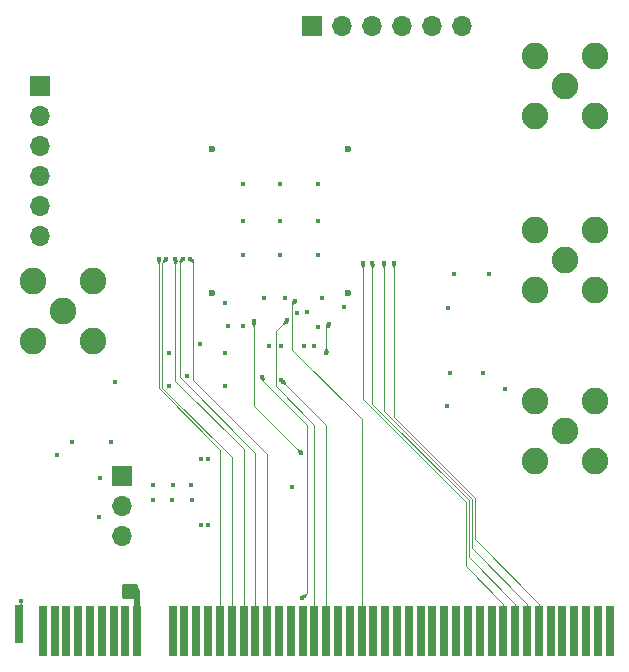
<source format=gbr>
%TF.GenerationSoftware,KiCad,Pcbnew,(5.1.10)-1*%
%TF.CreationDate,2021-07-12T12:28:39+02:00*%
%TF.ProjectId,astropix_v2,61737472-6f70-4697-985f-76322e6b6963,1.0*%
%TF.SameCoordinates,Original*%
%TF.FileFunction,Copper,L4,Bot*%
%TF.FilePolarity,Positive*%
%FSLAX46Y46*%
G04 Gerber Fmt 4.6, Leading zero omitted, Abs format (unit mm)*
G04 Created by KiCad (PCBNEW (5.1.10)-1) date 2021-07-12 12:28:39*
%MOMM*%
%LPD*%
G01*
G04 APERTURE LIST*
%TA.AperFunction,ConnectorPad*%
%ADD10R,0.700000X4.300000*%
%TD*%
%TA.AperFunction,ConnectorPad*%
%ADD11R,0.700000X3.200000*%
%TD*%
%TA.AperFunction,ComponentPad*%
%ADD12C,0.600000*%
%TD*%
%TA.AperFunction,ComponentPad*%
%ADD13O,1.700000X1.700000*%
%TD*%
%TA.AperFunction,ComponentPad*%
%ADD14R,1.700000X1.700000*%
%TD*%
%TA.AperFunction,ComponentPad*%
%ADD15C,2.250000*%
%TD*%
%TA.AperFunction,ViaPad*%
%ADD16C,0.450000*%
%TD*%
%TA.AperFunction,Conductor*%
%ADD17C,0.125000*%
%TD*%
%TA.AperFunction,Conductor*%
%ADD18C,0.500000*%
%TD*%
%TA.AperFunction,Conductor*%
%ADD19C,0.254000*%
%TD*%
%TA.AperFunction,Conductor*%
%ADD20C,0.100000*%
%TD*%
%TA.AperFunction,Conductor*%
%ADD21C,0.025400*%
%TD*%
G04 APERTURE END LIST*
D10*
%TO.P,J1,A42*%
%TO.N,/spi_right_csn*%
X149172000Y-105791000D03*
%TO.P,J1,A46*%
%TO.N,N/C*%
X153172000Y-105791000D03*
%TO.P,J1,A10*%
X115172000Y-105791000D03*
%TO.P,J1,A7*%
X112172000Y-105791000D03*
%TO.P,J1,A6*%
X111172000Y-105791000D03*
%TO.P,J1,A5*%
X110172000Y-105791000D03*
%TO.P,J1,A45*%
X152172000Y-105791000D03*
%TO.P,J1,A11*%
%TO.N,GND*%
X116172000Y-105791000D03*
%TO.P,J1,A9*%
%TO.N,N/C*%
X114172000Y-105791000D03*
%TO.P,J1,A18*%
%TO.N,/spi_left_miso1*%
X125172000Y-105791000D03*
%TO.P,J1,A49*%
%TO.N,N/C*%
X156172000Y-105791000D03*
%TO.P,J1,A43*%
%TO.N,/spi_right_mosi*%
X150172000Y-105791000D03*
%TO.P,J1,A16*%
%TO.N,/spi_left_csn*%
X123172000Y-105791000D03*
%TO.P,J1,A14*%
%TO.N,N/C*%
X121172000Y-105791000D03*
%TO.P,J1,A15*%
X122172000Y-105791000D03*
%TO.P,J1,A44*%
X151172000Y-105791000D03*
%TO.P,J1,A13*%
X120172000Y-105791000D03*
%TO.P,J1,A12*%
X119172000Y-105791000D03*
%TO.P,J1,A48*%
X155172000Y-105791000D03*
%TO.P,J1,A47*%
X154172000Y-105791000D03*
%TO.P,J1,A8*%
X113172000Y-105791000D03*
%TO.P,J1,A17*%
%TO.N,/spi_left_clk*%
X124172000Y-105791000D03*
%TO.P,J1,A27*%
%TO.N,N/C*%
X134172000Y-105791000D03*
%TO.P,J1,A21*%
X128172000Y-105791000D03*
%TO.P,J1,A20*%
%TO.N,/spi_left_mosi*%
X127172000Y-105791000D03*
%TO.P,J1,A24*%
%TO.N,/sr_ck1*%
X131172000Y-105791000D03*
%TO.P,J1,A29*%
%TO.N,N/C*%
X136172000Y-105791000D03*
%TO.P,J1,A30*%
X137172000Y-105791000D03*
%TO.P,J1,A23*%
X130172000Y-105791000D03*
%TO.P,J1,A28*%
%TO.N,/Inj*%
X135172000Y-105791000D03*
%TO.P,J1,A31*%
%TO.N,N/C*%
X138172000Y-105791000D03*
%TO.P,J1,A25*%
%TO.N,/sr_ck2*%
X132172000Y-105791000D03*
%TO.P,J1,A32*%
%TO.N,N/C*%
X139172000Y-105791000D03*
%TO.P,J1,A4*%
X109172000Y-105791000D03*
%TO.P,J1,A22*%
X129172000Y-105791000D03*
%TO.P,J1,A3*%
X108172000Y-105791000D03*
D11*
%TO.P,J1,A1*%
%TO.N,-HV*%
X106172000Y-105241000D03*
D10*
%TO.P,J1,A26*%
%TO.N,N/C*%
X133172000Y-105791000D03*
%TO.P,J1,A19*%
%TO.N,/spi_left_miso0*%
X126172000Y-105791000D03*
%TO.P,J1,A34*%
%TO.N,N/C*%
X141172000Y-105791000D03*
%TO.P,J1,A37*%
X144172000Y-105791000D03*
%TO.P,J1,A39*%
X146172000Y-105791000D03*
%TO.P,J1,A38*%
X145172000Y-105791000D03*
%TO.P,J1,A36*%
X143172000Y-105791000D03*
%TO.P,J1,A40*%
%TO.N,/spi_right_miso1*%
X147172000Y-105791000D03*
%TO.P,J1,A33*%
%TO.N,N/C*%
X140172000Y-105791000D03*
%TO.P,J1,A35*%
X142172000Y-105791000D03*
%TO.P,J1,A41*%
%TO.N,/spi_right_miso0*%
X148172000Y-105791000D03*
%TD*%
D12*
%TO.P,U4,Ring1*%
%TO.N,GND*%
X134020000Y-65020000D03*
X122520000Y-65020000D03*
X134020000Y-77220000D03*
X122520000Y-77220000D03*
%TD*%
D13*
%TO.P,JP1,3*%
%TO.N,/POW4_in*%
X114909600Y-97790000D03*
%TO.P,JP1,2*%
%TO.N,VDD*%
X114909600Y-95250000D03*
D14*
%TO.P,JP1,1*%
%TO.N,/VDD18_in*%
X114909600Y-92710000D03*
%TD*%
D13*
%TO.P,J10,6*%
%TO.N,GND*%
X143637000Y-54610000D03*
%TO.P,J10,5*%
%TO.N,/spi_right_mosi*%
X141097000Y-54610000D03*
%TO.P,J10,4*%
%TO.N,/spi_right_csn*%
X138557000Y-54610000D03*
%TO.P,J10,3*%
%TO.N,/spi_right_miso0*%
X136017000Y-54610000D03*
%TO.P,J10,2*%
%TO.N,/spi_right_miso1*%
X133477000Y-54610000D03*
D14*
%TO.P,J10,1*%
%TO.N,/spi_right_clk*%
X130937000Y-54610000D03*
%TD*%
D13*
%TO.P,J9,6*%
%TO.N,GND*%
X107950000Y-72390000D03*
%TO.P,J9,5*%
%TO.N,/spi_left_csn*%
X107950000Y-69850000D03*
%TO.P,J9,4*%
%TO.N,/spi_left_clk*%
X107950000Y-67310000D03*
%TO.P,J9,3*%
%TO.N,/spi_left_miso1*%
X107950000Y-64770000D03*
%TO.P,J9,2*%
%TO.N,/spi_left_miso0*%
X107950000Y-62230000D03*
D14*
%TO.P,J9,1*%
%TO.N,/spi_left_mosi*%
X107950000Y-59690000D03*
%TD*%
D15*
%TO.P,J6,2*%
%TO.N,GND*%
X112395000Y-81280000D03*
X107315000Y-81280000D03*
X107315000Y-76200000D03*
X112395000Y-76200000D03*
%TO.P,J6,1*%
%TO.N,/HV_in_ext*%
X109855000Y-78740000D03*
%TD*%
%TO.P,J5,2*%
%TO.N,GND*%
X149860000Y-57150000D03*
X154940000Y-57150000D03*
X154940000Y-62230000D03*
X149860000Y-62230000D03*
%TO.P,J5,1*%
%TO.N,/sc_out*%
X152400000Y-59690000D03*
%TD*%
%TO.P,J4,2*%
%TO.N,GND*%
X149860000Y-71882000D03*
X154940000Y-71882000D03*
X154940000Y-76962000D03*
X149860000Y-76962000D03*
%TO.P,J4,1*%
%TO.N,Net-(J4-Pad1)*%
X152400000Y-74422000D03*
%TD*%
%TO.P,J3,2*%
%TO.N,GND*%
X149860000Y-86360000D03*
X154940000Y-86360000D03*
X154940000Y-91440000D03*
X149860000Y-91440000D03*
%TO.P,J3,1*%
%TO.N,Net-(J3-Pad1)*%
X152400000Y-88900000D03*
%TD*%
D16*
%TO.N,VDD*%
X128676400Y-77647800D03*
X126923800Y-77645000D03*
X129286000Y-93649798D03*
X118846600Y-82245200D03*
X123621800Y-82270606D03*
X121602198Y-91274600D03*
X122174010Y-91287600D03*
%TO.N,VDDA*%
X131438370Y-80070025D03*
X130511716Y-78787014D03*
X145923000Y-75565000D03*
X145415000Y-83947000D03*
X125095000Y-80010000D03*
X122123200Y-96850200D03*
X121551404Y-96863200D03*
%TO.N,suba*%
X131445000Y-74015600D03*
X125095000Y-74015600D03*
X128270000Y-74015600D03*
X131445000Y-71120000D03*
X128270000Y-71120000D03*
X125095000Y-71120000D03*
X131445000Y-67945000D03*
X128270000Y-67945000D03*
X125095000Y-67945000D03*
X114274600Y-84709000D03*
X133718300Y-78359000D03*
%TO.N,/res_n*%
X130048000Y-90754206D03*
X126034800Y-79603600D03*
%TO.N,/Inj*%
X129507436Y-77851000D03*
%TO.N,/DAC_vminuspix*%
X132156200Y-82321400D03*
X132384800Y-79857600D03*
%TO.N,/sr_ck2*%
X128369479Y-84582008D03*
%TO.N,/sr_ck1*%
X128828798Y-79527400D03*
%TO.N,/hold*%
X130149600Y-102997000D03*
X126765067Y-84281583D03*
%TO.N,GND*%
X143002000Y-75565000D03*
X142494000Y-78486000D03*
X142367000Y-86741000D03*
X142621000Y-83947000D03*
X147320000Y-85344000D03*
X113030000Y-92837000D03*
X120777000Y-94742000D03*
X117500400Y-93421200D03*
X119176800Y-93421200D03*
X120751600Y-93421200D03*
X121488200Y-81534000D03*
X115214400Y-102108000D03*
X115214400Y-102743000D03*
X115824000Y-102108000D03*
X115824000Y-102717600D03*
X117500388Y-94691200D03*
X113944400Y-89814398D03*
X110642400Y-89814400D03*
X120395996Y-84201000D03*
X123596400Y-85090006D03*
X123875800Y-80010004D03*
X129717788Y-78917800D03*
X130310139Y-81684664D03*
X128379823Y-81686400D03*
X127304800Y-81686398D03*
X131785620Y-77645014D03*
X131157489Y-81730881D03*
X118846600Y-85115400D03*
X119151402Y-94691200D03*
X112937990Y-96164400D03*
%TO.N,-HV*%
X106297030Y-103276400D03*
%TO.N,/spi_left_csn*%
X117983000Y-74295000D03*
%TO.N,/spi_left_clk*%
X118618000Y-74295000D03*
%TO.N,/spi_left_mosi*%
X120649982Y-74295000D03*
%TO.N,/spi_left_miso0*%
X120014992Y-74295000D03*
%TO.N,/spi_left_miso1*%
X119380000Y-74295000D03*
%TO.N,/spi_right_csn*%
X137033006Y-74625200D03*
%TO.N,/spi_right_mosi*%
X137871200Y-74625200D03*
%TO.N,/spi_right_miso0*%
X136070000Y-74627402D03*
%TO.N,/spi_right_miso1*%
X135255000Y-74649590D03*
%TO.N,subd*%
X109347000Y-90932000D03*
X123571000Y-78020022D03*
%TD*%
D17*
%TO.N,/res_n*%
X130048000Y-90754206D02*
X126034800Y-86741006D01*
X126034800Y-86741006D02*
X126034800Y-79603600D01*
%TO.N,/Inj*%
X129282437Y-78075999D02*
X129507436Y-77851000D01*
X135172000Y-105791000D02*
X135172000Y-87900568D01*
X135172000Y-87900568D02*
X129282437Y-82011005D01*
X129282437Y-82011005D02*
X129282437Y-78075999D01*
%TO.N,/DAC_vminuspix*%
X132156200Y-82321400D02*
X132156200Y-80086200D01*
X132156200Y-80086200D02*
X132384800Y-79857600D01*
%TO.N,/sr_ck2*%
X132172000Y-88384529D02*
X128369479Y-84582008D01*
X132172000Y-105791000D02*
X132172000Y-88384529D01*
%TO.N,/sr_ck1*%
X127892670Y-80463528D02*
X128828798Y-79527400D01*
X127892670Y-85069172D02*
X127892670Y-80463528D01*
X131172000Y-88348502D02*
X127892670Y-85069172D01*
X131172000Y-105791000D02*
X131172000Y-88348502D01*
%TO.N,/hold*%
X126765067Y-84599781D02*
X126765067Y-84281583D01*
X130556000Y-88390714D02*
X126765067Y-84599781D01*
X130556000Y-102590600D02*
X130556000Y-88390714D01*
X130149600Y-102997000D02*
X130556000Y-102590600D01*
D18*
%TO.N,GND*%
X116172000Y-102456000D02*
X115824000Y-102108000D01*
X116172000Y-105791000D02*
X116172000Y-102456000D01*
D17*
%TO.N,-HV*%
X106172000Y-105241000D02*
X106172000Y-103632000D01*
X106297030Y-103506970D02*
X106297030Y-103276400D01*
X106172000Y-103632000D02*
X106297030Y-103506970D01*
%TO.N,/spi_left_csn*%
X123172000Y-105791000D02*
X123172000Y-90481070D01*
X123172000Y-90481070D02*
X117983000Y-85292070D01*
X117983000Y-85292070D02*
X117983000Y-74295000D01*
%TO.N,/spi_left_clk*%
X118618000Y-74295000D02*
X118281699Y-74631301D01*
X118281699Y-85237201D02*
X124172000Y-91127502D01*
X124172000Y-91127502D02*
X124172000Y-105791000D01*
X118281699Y-74631301D02*
X118281699Y-85237201D01*
%TO.N,/spi_left_mosi*%
X120874981Y-74519999D02*
X120649982Y-74295000D01*
X120874981Y-84552981D02*
X120874981Y-74519999D01*
X127127000Y-90805000D02*
X120874981Y-84552981D01*
X127127000Y-103946000D02*
X127127000Y-90805000D01*
X127172000Y-103991000D02*
X127127000Y-103946000D01*
X127172000Y-105791000D02*
X127172000Y-103991000D01*
%TO.N,/spi_left_miso0*%
X119761000Y-74548992D02*
X120014992Y-74295000D01*
X119761000Y-84328000D02*
X119761000Y-74548992D01*
X126172000Y-90739000D02*
X119761000Y-84328000D01*
X126172000Y-105791000D02*
X126172000Y-90739000D01*
%TO.N,/spi_left_miso1*%
X125172000Y-105791000D02*
X125172000Y-90421638D01*
X125172000Y-90421638D02*
X119380000Y-84629638D01*
X119380000Y-84629638D02*
X119380000Y-74295000D01*
%TO.N,/spi_right_csn*%
X144479189Y-98823189D02*
X144479189Y-94667757D01*
X137033006Y-87221574D02*
X137033006Y-74625200D01*
X144479189Y-94667757D02*
X137033006Y-87221574D01*
X149172000Y-103516000D02*
X144479189Y-98823189D01*
X149172000Y-105791000D02*
X149172000Y-103516000D01*
%TO.N,/spi_right_mosi*%
X150172000Y-103516000D02*
X150172000Y-105791000D01*
X144729200Y-94564200D02*
X144729200Y-98073200D01*
X137871200Y-87706200D02*
X144729200Y-94564200D01*
X144729200Y-98073200D02*
X150172000Y-103516000D01*
X137871200Y-74625200D02*
X137871200Y-87706200D01*
%TO.N,/spi_right_miso0*%
X136070000Y-86612136D02*
X144229178Y-94771314D01*
X144229178Y-94771314D02*
X144229178Y-99573178D01*
X136070000Y-74627402D02*
X136070000Y-86612136D01*
X144229178Y-99573178D02*
X148172000Y-103516000D01*
X148172000Y-103516000D02*
X148172000Y-105791000D01*
%TO.N,/spi_right_miso1*%
X143979167Y-94874871D02*
X135255000Y-86150704D01*
X147172000Y-105791000D02*
X147172000Y-103516000D01*
X147172000Y-103516000D02*
X143979167Y-100323167D01*
X143979167Y-100323167D02*
X143979167Y-94874871D01*
X135255000Y-86150704D02*
X135255000Y-74649590D01*
%TD*%
D19*
%TO.N,GND*%
X116037000Y-102946200D02*
X114985800Y-102946200D01*
X114985800Y-101930200D01*
X116037000Y-101930200D01*
X116037000Y-102946200D01*
%TA.AperFunction,Conductor*%
D20*
G36*
X116037000Y-102946200D02*
G01*
X114985800Y-102946200D01*
X114985800Y-101930200D01*
X116037000Y-101930200D01*
X116037000Y-102946200D01*
G37*
%TD.AperFunction*%
%TD*%
D21*
%TO.N,/res_n*%
X129826067Y-90460492D02*
X129826767Y-90461098D01*
X129847407Y-90477707D01*
X129848190Y-90478289D01*
X129869532Y-90492914D01*
X129870394Y-90493456D01*
X129892438Y-90506095D01*
X129893368Y-90506578D01*
X129916113Y-90517231D01*
X129917096Y-90517642D01*
X129940542Y-90526310D01*
X129941559Y-90526638D01*
X129965708Y-90533321D01*
X129966736Y-90533560D01*
X129991586Y-90538258D01*
X129992605Y-90538408D01*
X130018156Y-90541120D01*
X130019144Y-90541186D01*
X130035940Y-90541651D01*
X130109570Y-90815776D01*
X129835445Y-90742146D01*
X129834980Y-90725350D01*
X129834914Y-90724362D01*
X129832202Y-90698811D01*
X129832052Y-90697792D01*
X129827354Y-90672942D01*
X129827115Y-90671914D01*
X129820432Y-90647765D01*
X129820104Y-90646748D01*
X129811436Y-90623302D01*
X129811025Y-90622319D01*
X129800372Y-90599574D01*
X129799889Y-90598644D01*
X129787250Y-90576600D01*
X129786708Y-90575738D01*
X129772083Y-90554396D01*
X129771501Y-90553613D01*
X129754892Y-90532973D01*
X129754286Y-90532273D01*
X129744056Y-90521304D01*
X129815098Y-90450262D01*
X129826067Y-90460492D01*
%TA.AperFunction,Conductor*%
D20*
G36*
X129826067Y-90460492D02*
G01*
X129826767Y-90461098D01*
X129847407Y-90477707D01*
X129848190Y-90478289D01*
X129869532Y-90492914D01*
X129870394Y-90493456D01*
X129892438Y-90506095D01*
X129893368Y-90506578D01*
X129916113Y-90517231D01*
X129917096Y-90517642D01*
X129940542Y-90526310D01*
X129941559Y-90526638D01*
X129965708Y-90533321D01*
X129966736Y-90533560D01*
X129991586Y-90538258D01*
X129992605Y-90538408D01*
X130018156Y-90541120D01*
X130019144Y-90541186D01*
X130035940Y-90541651D01*
X130109570Y-90815776D01*
X129835445Y-90742146D01*
X129834980Y-90725350D01*
X129834914Y-90724362D01*
X129832202Y-90698811D01*
X129832052Y-90697792D01*
X129827354Y-90672942D01*
X129827115Y-90671914D01*
X129820432Y-90647765D01*
X129820104Y-90646748D01*
X129811436Y-90623302D01*
X129811025Y-90622319D01*
X129800372Y-90599574D01*
X129799889Y-90598644D01*
X129787250Y-90576600D01*
X129786708Y-90575738D01*
X129772083Y-90554396D01*
X129771501Y-90553613D01*
X129754892Y-90532973D01*
X129754286Y-90532273D01*
X129744056Y-90521304D01*
X129815098Y-90450262D01*
X129826067Y-90460492D01*
G37*
%TD.AperFunction*%
%TD*%
D21*
%TO.N,/res_n*%
X126176571Y-79762427D02*
X126165025Y-79774630D01*
X126164372Y-79775377D01*
X126148222Y-79795362D01*
X126147608Y-79796188D01*
X126133358Y-79817081D01*
X126132800Y-79817977D01*
X126120450Y-79839778D01*
X126119963Y-79840729D01*
X126109513Y-79863438D01*
X126109109Y-79864424D01*
X126100559Y-79888040D01*
X126100243Y-79889039D01*
X126093593Y-79913563D01*
X126093366Y-79914555D01*
X126088616Y-79939987D01*
X126088474Y-79940953D01*
X126085624Y-79967293D01*
X126085558Y-79968216D01*
X126085035Y-79983207D01*
X125984565Y-79983207D01*
X125984042Y-79968216D01*
X125983976Y-79967293D01*
X125981126Y-79940953D01*
X125980984Y-79939987D01*
X125976234Y-79914555D01*
X125976007Y-79913563D01*
X125969357Y-79889039D01*
X125969041Y-79888040D01*
X125960491Y-79864424D01*
X125960087Y-79863438D01*
X125949637Y-79840729D01*
X125949150Y-79839778D01*
X125936800Y-79817977D01*
X125936242Y-79817081D01*
X125921992Y-79796188D01*
X125921378Y-79795362D01*
X125905228Y-79775377D01*
X125904575Y-79774630D01*
X125893029Y-79762427D01*
X126034800Y-79516526D01*
X126176571Y-79762427D01*
%TA.AperFunction,Conductor*%
D20*
G36*
X126176571Y-79762427D02*
G01*
X126165025Y-79774630D01*
X126164372Y-79775377D01*
X126148222Y-79795362D01*
X126147608Y-79796188D01*
X126133358Y-79817081D01*
X126132800Y-79817977D01*
X126120450Y-79839778D01*
X126119963Y-79840729D01*
X126109513Y-79863438D01*
X126109109Y-79864424D01*
X126100559Y-79888040D01*
X126100243Y-79889039D01*
X126093593Y-79913563D01*
X126093366Y-79914555D01*
X126088616Y-79939987D01*
X126088474Y-79940953D01*
X126085624Y-79967293D01*
X126085558Y-79968216D01*
X126085035Y-79983207D01*
X125984565Y-79983207D01*
X125984042Y-79968216D01*
X125983976Y-79967293D01*
X125981126Y-79940953D01*
X125980984Y-79939987D01*
X125976234Y-79914555D01*
X125976007Y-79913563D01*
X125969357Y-79889039D01*
X125969041Y-79888040D01*
X125960491Y-79864424D01*
X125960087Y-79863438D01*
X125949637Y-79840729D01*
X125949150Y-79839778D01*
X125936800Y-79817977D01*
X125936242Y-79817081D01*
X125921992Y-79796188D01*
X125921378Y-79795362D01*
X125905228Y-79775377D01*
X125904575Y-79774630D01*
X125893029Y-79762427D01*
X126034800Y-79516526D01*
X126176571Y-79762427D01*
G37*
%TD.AperFunction*%
%TD*%
D21*
%TO.N,/Inj*%
X129495427Y-78063364D02*
X129479356Y-78063490D01*
X129478853Y-78063504D01*
X129454874Y-78064644D01*
X129454296Y-78064685D01*
X129432066Y-78066762D01*
X129431397Y-78066842D01*
X129410917Y-78069857D01*
X129410145Y-78069996D01*
X129391415Y-78073948D01*
X129390523Y-78074170D01*
X129373542Y-78079059D01*
X129372518Y-78079401D01*
X129357288Y-78085227D01*
X129356131Y-78085738D01*
X129342650Y-78092502D01*
X129341376Y-78093236D01*
X129329644Y-78100937D01*
X129328302Y-78101951D01*
X129327256Y-78102857D01*
X129255578Y-78031179D01*
X129256484Y-78030132D01*
X129257498Y-78028791D01*
X129265199Y-78017059D01*
X129265933Y-78015785D01*
X129272697Y-78002304D01*
X129273208Y-78001147D01*
X129279034Y-77985917D01*
X129279376Y-77984893D01*
X129284265Y-77967912D01*
X129284487Y-77967020D01*
X129288439Y-77948290D01*
X129288578Y-77947518D01*
X129291593Y-77927038D01*
X129291673Y-77926369D01*
X129293750Y-77904139D01*
X129293791Y-77903561D01*
X129294931Y-77879582D01*
X129294945Y-77879079D01*
X129295072Y-77863009D01*
X129569006Y-77789430D01*
X129495427Y-78063364D01*
%TA.AperFunction,Conductor*%
D20*
G36*
X129495427Y-78063364D02*
G01*
X129479356Y-78063490D01*
X129478853Y-78063504D01*
X129454874Y-78064644D01*
X129454296Y-78064685D01*
X129432066Y-78066762D01*
X129431397Y-78066842D01*
X129410917Y-78069857D01*
X129410145Y-78069996D01*
X129391415Y-78073948D01*
X129390523Y-78074170D01*
X129373542Y-78079059D01*
X129372518Y-78079401D01*
X129357288Y-78085227D01*
X129356131Y-78085738D01*
X129342650Y-78092502D01*
X129341376Y-78093236D01*
X129329644Y-78100937D01*
X129328302Y-78101951D01*
X129327256Y-78102857D01*
X129255578Y-78031179D01*
X129256484Y-78030132D01*
X129257498Y-78028791D01*
X129265199Y-78017059D01*
X129265933Y-78015785D01*
X129272697Y-78002304D01*
X129273208Y-78001147D01*
X129279034Y-77985917D01*
X129279376Y-77984893D01*
X129284265Y-77967912D01*
X129284487Y-77967020D01*
X129288439Y-77948290D01*
X129288578Y-77947518D01*
X129291593Y-77927038D01*
X129291673Y-77926369D01*
X129293750Y-77904139D01*
X129293791Y-77903561D01*
X129294931Y-77879582D01*
X129294945Y-77879079D01*
X129295072Y-77863009D01*
X129569006Y-77789430D01*
X129495427Y-78063364D01*
G37*
%TD.AperFunction*%
%TD*%
D21*
%TO.N,/DAC_vminuspix*%
X132206958Y-81956783D02*
X132207024Y-81957706D01*
X132209874Y-81984046D01*
X132210016Y-81985012D01*
X132214766Y-82010444D01*
X132214993Y-82011436D01*
X132221643Y-82035960D01*
X132221959Y-82036959D01*
X132230509Y-82060575D01*
X132230913Y-82061561D01*
X132241363Y-82084270D01*
X132241850Y-82085221D01*
X132254200Y-82107022D01*
X132254758Y-82107918D01*
X132269008Y-82128811D01*
X132269622Y-82129637D01*
X132285772Y-82149622D01*
X132286425Y-82150368D01*
X132297972Y-82162572D01*
X132156200Y-82408474D01*
X132014428Y-82162572D01*
X132025975Y-82150368D01*
X132026628Y-82149622D01*
X132042778Y-82129637D01*
X132043392Y-82128811D01*
X132057642Y-82107918D01*
X132058200Y-82107022D01*
X132070550Y-82085221D01*
X132071037Y-82084270D01*
X132081487Y-82061561D01*
X132081891Y-82060575D01*
X132090441Y-82036959D01*
X132090757Y-82035960D01*
X132097407Y-82011436D01*
X132097634Y-82010444D01*
X132102384Y-81985012D01*
X132102526Y-81984046D01*
X132105376Y-81957706D01*
X132105442Y-81956783D01*
X132105965Y-81941793D01*
X132206435Y-81941793D01*
X132206958Y-81956783D01*
%TA.AperFunction,Conductor*%
D20*
G36*
X132206958Y-81956783D02*
G01*
X132207024Y-81957706D01*
X132209874Y-81984046D01*
X132210016Y-81985012D01*
X132214766Y-82010444D01*
X132214993Y-82011436D01*
X132221643Y-82035960D01*
X132221959Y-82036959D01*
X132230509Y-82060575D01*
X132230913Y-82061561D01*
X132241363Y-82084270D01*
X132241850Y-82085221D01*
X132254200Y-82107022D01*
X132254758Y-82107918D01*
X132269008Y-82128811D01*
X132269622Y-82129637D01*
X132285772Y-82149622D01*
X132286425Y-82150368D01*
X132297972Y-82162572D01*
X132156200Y-82408474D01*
X132014428Y-82162572D01*
X132025975Y-82150368D01*
X132026628Y-82149622D01*
X132042778Y-82129637D01*
X132043392Y-82128811D01*
X132057642Y-82107918D01*
X132058200Y-82107022D01*
X132070550Y-82085221D01*
X132071037Y-82084270D01*
X132081487Y-82061561D01*
X132081891Y-82060575D01*
X132090441Y-82036959D01*
X132090757Y-82035960D01*
X132097407Y-82011436D01*
X132097634Y-82010444D01*
X132102384Y-81985012D01*
X132102526Y-81984046D01*
X132105376Y-81957706D01*
X132105442Y-81956783D01*
X132105965Y-81941793D01*
X132206435Y-81941793D01*
X132206958Y-81956783D01*
G37*
%TD.AperFunction*%
%TD*%
D21*
%TO.N,/DAC_vminuspix*%
X132372787Y-80069978D02*
X132356667Y-80070127D01*
X132356127Y-80070143D01*
X132332040Y-80071391D01*
X132331424Y-80071438D01*
X132309014Y-80073695D01*
X132308310Y-80073786D01*
X132287578Y-80077053D01*
X132286774Y-80077206D01*
X132267720Y-80081482D01*
X132266806Y-80081724D01*
X132249429Y-80087009D01*
X132248397Y-80087371D01*
X132232698Y-80093666D01*
X132231558Y-80094191D01*
X132217537Y-80101495D01*
X132216310Y-80102224D01*
X132203966Y-80110537D01*
X132202701Y-80111509D01*
X132200977Y-80113016D01*
X132129383Y-80041422D01*
X132130890Y-80039697D01*
X132131862Y-80038433D01*
X132140175Y-80026089D01*
X132140904Y-80024862D01*
X132148208Y-80010841D01*
X132148733Y-80009701D01*
X132155028Y-79994002D01*
X132155390Y-79992970D01*
X132160675Y-79975593D01*
X132160917Y-79974679D01*
X132165193Y-79955625D01*
X132165346Y-79954821D01*
X132168613Y-79934089D01*
X132168704Y-79933385D01*
X132170961Y-79910975D01*
X132171008Y-79910359D01*
X132172256Y-79886272D01*
X132172272Y-79885733D01*
X132172422Y-79869613D01*
X132446370Y-79796030D01*
X132372787Y-80069978D01*
%TA.AperFunction,Conductor*%
D20*
G36*
X132372787Y-80069978D02*
G01*
X132356667Y-80070127D01*
X132356127Y-80070143D01*
X132332040Y-80071391D01*
X132331424Y-80071438D01*
X132309014Y-80073695D01*
X132308310Y-80073786D01*
X132287578Y-80077053D01*
X132286774Y-80077206D01*
X132267720Y-80081482D01*
X132266806Y-80081724D01*
X132249429Y-80087009D01*
X132248397Y-80087371D01*
X132232698Y-80093666D01*
X132231558Y-80094191D01*
X132217537Y-80101495D01*
X132216310Y-80102224D01*
X132203966Y-80110537D01*
X132202701Y-80111509D01*
X132200977Y-80113016D01*
X132129383Y-80041422D01*
X132130890Y-80039697D01*
X132131862Y-80038433D01*
X132140175Y-80026089D01*
X132140904Y-80024862D01*
X132148208Y-80010841D01*
X132148733Y-80009701D01*
X132155028Y-79994002D01*
X132155390Y-79992970D01*
X132160675Y-79975593D01*
X132160917Y-79974679D01*
X132165193Y-79955625D01*
X132165346Y-79954821D01*
X132168613Y-79934089D01*
X132168704Y-79933385D01*
X132170961Y-79910975D01*
X132171008Y-79910359D01*
X132172256Y-79886272D01*
X132172272Y-79885733D01*
X132172422Y-79869613D01*
X132446370Y-79796030D01*
X132372787Y-80069978D01*
G37*
%TD.AperFunction*%
%TD*%
D21*
%TO.N,/sr_ck2*%
X128582034Y-84594068D02*
X128582498Y-84610862D01*
X128582564Y-84611851D01*
X128585276Y-84637402D01*
X128585426Y-84638421D01*
X128590124Y-84663271D01*
X128590363Y-84664299D01*
X128597046Y-84688448D01*
X128597374Y-84689465D01*
X128606042Y-84712911D01*
X128606453Y-84713894D01*
X128617106Y-84736639D01*
X128617589Y-84737569D01*
X128630228Y-84759613D01*
X128630770Y-84760475D01*
X128645395Y-84781817D01*
X128645977Y-84782600D01*
X128662586Y-84803240D01*
X128663192Y-84803940D01*
X128673423Y-84814910D01*
X128602381Y-84885952D01*
X128591411Y-84875721D01*
X128590711Y-84875115D01*
X128570071Y-84858506D01*
X128569288Y-84857924D01*
X128547946Y-84843299D01*
X128547084Y-84842757D01*
X128525040Y-84830118D01*
X128524110Y-84829635D01*
X128501365Y-84818982D01*
X128500382Y-84818571D01*
X128476936Y-84809903D01*
X128475919Y-84809575D01*
X128451770Y-84802892D01*
X128450742Y-84802653D01*
X128425892Y-84797955D01*
X128424873Y-84797805D01*
X128399322Y-84795093D01*
X128398333Y-84795027D01*
X128381539Y-84794563D01*
X128307909Y-84520438D01*
X128582034Y-84594068D01*
%TA.AperFunction,Conductor*%
D20*
G36*
X128582034Y-84594068D02*
G01*
X128582498Y-84610862D01*
X128582564Y-84611851D01*
X128585276Y-84637402D01*
X128585426Y-84638421D01*
X128590124Y-84663271D01*
X128590363Y-84664299D01*
X128597046Y-84688448D01*
X128597374Y-84689465D01*
X128606042Y-84712911D01*
X128606453Y-84713894D01*
X128617106Y-84736639D01*
X128617589Y-84737569D01*
X128630228Y-84759613D01*
X128630770Y-84760475D01*
X128645395Y-84781817D01*
X128645977Y-84782600D01*
X128662586Y-84803240D01*
X128663192Y-84803940D01*
X128673423Y-84814910D01*
X128602381Y-84885952D01*
X128591411Y-84875721D01*
X128590711Y-84875115D01*
X128570071Y-84858506D01*
X128569288Y-84857924D01*
X128547946Y-84843299D01*
X128547084Y-84842757D01*
X128525040Y-84830118D01*
X128524110Y-84829635D01*
X128501365Y-84818982D01*
X128500382Y-84818571D01*
X128476936Y-84809903D01*
X128475919Y-84809575D01*
X128451770Y-84802892D01*
X128450742Y-84802653D01*
X128425892Y-84797955D01*
X128424873Y-84797805D01*
X128399322Y-84795093D01*
X128398333Y-84795027D01*
X128381539Y-84794563D01*
X128307909Y-84520438D01*
X128582034Y-84594068D01*
G37*
%TD.AperFunction*%
%TD*%
D21*
%TO.N,/sr_ck1*%
X128816738Y-79739955D02*
X128799943Y-79740419D01*
X128798954Y-79740485D01*
X128773403Y-79743197D01*
X128772384Y-79743347D01*
X128747534Y-79748045D01*
X128746506Y-79748284D01*
X128722357Y-79754967D01*
X128721340Y-79755295D01*
X128697894Y-79763963D01*
X128696911Y-79764374D01*
X128674166Y-79775027D01*
X128673236Y-79775510D01*
X128651192Y-79788149D01*
X128650330Y-79788691D01*
X128628988Y-79803316D01*
X128628205Y-79803898D01*
X128607565Y-79820507D01*
X128606865Y-79821114D01*
X128595896Y-79831344D01*
X128524854Y-79760302D01*
X128535084Y-79749332D01*
X128535690Y-79748632D01*
X128552299Y-79727992D01*
X128552881Y-79727209D01*
X128567506Y-79705867D01*
X128568048Y-79705005D01*
X128580687Y-79682961D01*
X128581170Y-79682031D01*
X128591823Y-79659286D01*
X128592234Y-79658303D01*
X128600902Y-79634857D01*
X128601230Y-79633840D01*
X128607913Y-79609691D01*
X128608152Y-79608663D01*
X128612850Y-79583813D01*
X128613000Y-79582794D01*
X128615712Y-79557243D01*
X128615778Y-79556255D01*
X128616243Y-79539460D01*
X128890368Y-79465830D01*
X128816738Y-79739955D01*
%TA.AperFunction,Conductor*%
D20*
G36*
X128816738Y-79739955D02*
G01*
X128799943Y-79740419D01*
X128798954Y-79740485D01*
X128773403Y-79743197D01*
X128772384Y-79743347D01*
X128747534Y-79748045D01*
X128746506Y-79748284D01*
X128722357Y-79754967D01*
X128721340Y-79755295D01*
X128697894Y-79763963D01*
X128696911Y-79764374D01*
X128674166Y-79775027D01*
X128673236Y-79775510D01*
X128651192Y-79788149D01*
X128650330Y-79788691D01*
X128628988Y-79803316D01*
X128628205Y-79803898D01*
X128607565Y-79820507D01*
X128606865Y-79821114D01*
X128595896Y-79831344D01*
X128524854Y-79760302D01*
X128535084Y-79749332D01*
X128535690Y-79748632D01*
X128552299Y-79727992D01*
X128552881Y-79727209D01*
X128567506Y-79705867D01*
X128568048Y-79705005D01*
X128580687Y-79682961D01*
X128581170Y-79682031D01*
X128591823Y-79659286D01*
X128592234Y-79658303D01*
X128600902Y-79634857D01*
X128601230Y-79633840D01*
X128607913Y-79609691D01*
X128608152Y-79608663D01*
X128612850Y-79583813D01*
X128613000Y-79582794D01*
X128615712Y-79557243D01*
X128615778Y-79556255D01*
X128616243Y-79539460D01*
X128890368Y-79465830D01*
X128816738Y-79739955D01*
G37*
%TD.AperFunction*%
%TD*%
D21*
%TO.N,/hold*%
X126906740Y-84440239D02*
X126895466Y-84451692D01*
X126895120Y-84452057D01*
X126878970Y-84469819D01*
X126878590Y-84470257D01*
X126864340Y-84487445D01*
X126863925Y-84487974D01*
X126851575Y-84504587D01*
X126851126Y-84505231D01*
X126840676Y-84521270D01*
X126840203Y-84522058D01*
X126831653Y-84537522D01*
X126831171Y-84538488D01*
X126824521Y-84553378D01*
X126824063Y-84554558D01*
X126819313Y-84568874D01*
X126818932Y-84570294D01*
X126816082Y-84584035D01*
X126815850Y-84585700D01*
X126815750Y-84587081D01*
X126714384Y-84587081D01*
X126714284Y-84585700D01*
X126714052Y-84584035D01*
X126711202Y-84570294D01*
X126710821Y-84568874D01*
X126706071Y-84554558D01*
X126705613Y-84553378D01*
X126698963Y-84538488D01*
X126698481Y-84537522D01*
X126689931Y-84522058D01*
X126689458Y-84521270D01*
X126679008Y-84505231D01*
X126678559Y-84504587D01*
X126666209Y-84487974D01*
X126665794Y-84487445D01*
X126651544Y-84470257D01*
X126651164Y-84469819D01*
X126635014Y-84452057D01*
X126634668Y-84451692D01*
X126623394Y-84440239D01*
X126765067Y-84194509D01*
X126906740Y-84440239D01*
%TA.AperFunction,Conductor*%
D20*
G36*
X126906740Y-84440239D02*
G01*
X126895466Y-84451692D01*
X126895120Y-84452057D01*
X126878970Y-84469819D01*
X126878590Y-84470257D01*
X126864340Y-84487445D01*
X126863925Y-84487974D01*
X126851575Y-84504587D01*
X126851126Y-84505231D01*
X126840676Y-84521270D01*
X126840203Y-84522058D01*
X126831653Y-84537522D01*
X126831171Y-84538488D01*
X126824521Y-84553378D01*
X126824063Y-84554558D01*
X126819313Y-84568874D01*
X126818932Y-84570294D01*
X126816082Y-84584035D01*
X126815850Y-84585700D01*
X126815750Y-84587081D01*
X126714384Y-84587081D01*
X126714284Y-84585700D01*
X126714052Y-84584035D01*
X126711202Y-84570294D01*
X126710821Y-84568874D01*
X126706071Y-84554558D01*
X126705613Y-84553378D01*
X126698963Y-84538488D01*
X126698481Y-84537522D01*
X126689931Y-84522058D01*
X126689458Y-84521270D01*
X126679008Y-84505231D01*
X126678559Y-84504587D01*
X126666209Y-84487974D01*
X126665794Y-84487445D01*
X126651544Y-84470257D01*
X126651164Y-84469819D01*
X126635014Y-84452057D01*
X126634668Y-84451692D01*
X126623394Y-84440239D01*
X126765067Y-84194509D01*
X126906740Y-84440239D01*
G37*
%TD.AperFunction*%
%TD*%
D21*
%TO.N,/hold*%
X130453544Y-102764098D02*
X130443314Y-102775067D01*
X130442707Y-102775767D01*
X130426098Y-102796407D01*
X130425516Y-102797190D01*
X130410891Y-102818532D01*
X130410349Y-102819394D01*
X130397710Y-102841438D01*
X130397227Y-102842368D01*
X130386574Y-102865113D01*
X130386163Y-102866096D01*
X130377495Y-102889542D01*
X130377167Y-102890559D01*
X130370484Y-102914708D01*
X130370245Y-102915736D01*
X130365547Y-102940586D01*
X130365397Y-102941605D01*
X130362685Y-102967156D01*
X130362619Y-102968145D01*
X130362155Y-102984940D01*
X130088030Y-103058570D01*
X130161660Y-102784445D01*
X130178455Y-102783980D01*
X130179443Y-102783914D01*
X130204994Y-102781202D01*
X130206013Y-102781052D01*
X130230863Y-102776354D01*
X130231891Y-102776115D01*
X130256040Y-102769432D01*
X130257057Y-102769104D01*
X130280503Y-102760436D01*
X130281486Y-102760025D01*
X130304231Y-102749372D01*
X130305161Y-102748889D01*
X130327205Y-102736250D01*
X130328067Y-102735708D01*
X130349409Y-102721083D01*
X130350192Y-102720501D01*
X130370832Y-102703892D01*
X130371532Y-102703286D01*
X130382502Y-102693056D01*
X130453544Y-102764098D01*
%TA.AperFunction,Conductor*%
D20*
G36*
X130453544Y-102764098D02*
G01*
X130443314Y-102775067D01*
X130442707Y-102775767D01*
X130426098Y-102796407D01*
X130425516Y-102797190D01*
X130410891Y-102818532D01*
X130410349Y-102819394D01*
X130397710Y-102841438D01*
X130397227Y-102842368D01*
X130386574Y-102865113D01*
X130386163Y-102866096D01*
X130377495Y-102889542D01*
X130377167Y-102890559D01*
X130370484Y-102914708D01*
X130370245Y-102915736D01*
X130365547Y-102940586D01*
X130365397Y-102941605D01*
X130362685Y-102967156D01*
X130362619Y-102968145D01*
X130362155Y-102984940D01*
X130088030Y-103058570D01*
X130161660Y-102784445D01*
X130178455Y-102783980D01*
X130179443Y-102783914D01*
X130204994Y-102781202D01*
X130206013Y-102781052D01*
X130230863Y-102776354D01*
X130231891Y-102776115D01*
X130256040Y-102769432D01*
X130257057Y-102769104D01*
X130280503Y-102760436D01*
X130281486Y-102760025D01*
X130304231Y-102749372D01*
X130305161Y-102748889D01*
X130327205Y-102736250D01*
X130328067Y-102735708D01*
X130349409Y-102721083D01*
X130350192Y-102720501D01*
X130370832Y-102703892D01*
X130371532Y-102703286D01*
X130382502Y-102693056D01*
X130453544Y-102764098D01*
G37*
%TD.AperFunction*%
%TD*%
D21*
%TO.N,/spi_left_csn*%
X118124771Y-74453827D02*
X118113225Y-74466030D01*
X118112572Y-74466777D01*
X118096422Y-74486762D01*
X118095808Y-74487588D01*
X118081558Y-74508481D01*
X118081000Y-74509377D01*
X118068650Y-74531178D01*
X118068163Y-74532129D01*
X118057713Y-74554838D01*
X118057309Y-74555824D01*
X118048759Y-74579440D01*
X118048443Y-74580439D01*
X118041793Y-74604963D01*
X118041566Y-74605955D01*
X118036816Y-74631387D01*
X118036674Y-74632353D01*
X118033824Y-74658693D01*
X118033758Y-74659616D01*
X118033235Y-74674607D01*
X117932765Y-74674607D01*
X117932242Y-74659616D01*
X117932176Y-74658693D01*
X117929326Y-74632353D01*
X117929184Y-74631387D01*
X117924434Y-74605955D01*
X117924207Y-74604963D01*
X117917557Y-74580439D01*
X117917241Y-74579440D01*
X117908691Y-74555824D01*
X117908287Y-74554838D01*
X117897837Y-74532129D01*
X117897350Y-74531178D01*
X117885000Y-74509377D01*
X117884442Y-74508481D01*
X117870192Y-74487588D01*
X117869578Y-74486762D01*
X117853428Y-74466777D01*
X117852775Y-74466030D01*
X117841229Y-74453827D01*
X117983000Y-74207926D01*
X118124771Y-74453827D01*
%TA.AperFunction,Conductor*%
D20*
G36*
X118124771Y-74453827D02*
G01*
X118113225Y-74466030D01*
X118112572Y-74466777D01*
X118096422Y-74486762D01*
X118095808Y-74487588D01*
X118081558Y-74508481D01*
X118081000Y-74509377D01*
X118068650Y-74531178D01*
X118068163Y-74532129D01*
X118057713Y-74554838D01*
X118057309Y-74555824D01*
X118048759Y-74579440D01*
X118048443Y-74580439D01*
X118041793Y-74604963D01*
X118041566Y-74605955D01*
X118036816Y-74631387D01*
X118036674Y-74632353D01*
X118033824Y-74658693D01*
X118033758Y-74659616D01*
X118033235Y-74674607D01*
X117932765Y-74674607D01*
X117932242Y-74659616D01*
X117932176Y-74658693D01*
X117929326Y-74632353D01*
X117929184Y-74631387D01*
X117924434Y-74605955D01*
X117924207Y-74604963D01*
X117917557Y-74580439D01*
X117917241Y-74579440D01*
X117908691Y-74555824D01*
X117908287Y-74554838D01*
X117897837Y-74532129D01*
X117897350Y-74531178D01*
X117885000Y-74509377D01*
X117884442Y-74508481D01*
X117870192Y-74487588D01*
X117869578Y-74486762D01*
X117853428Y-74466777D01*
X117852775Y-74466030D01*
X117841229Y-74453827D01*
X117983000Y-74207926D01*
X118124771Y-74453827D01*
G37*
%TD.AperFunction*%
%TD*%
D21*
%TO.N,/spi_left_clk*%
X118605940Y-74507555D02*
X118589145Y-74508019D01*
X118588156Y-74508085D01*
X118562605Y-74510797D01*
X118561586Y-74510947D01*
X118536736Y-74515645D01*
X118535708Y-74515884D01*
X118511559Y-74522567D01*
X118510542Y-74522895D01*
X118487096Y-74531563D01*
X118486113Y-74531974D01*
X118463368Y-74542627D01*
X118462438Y-74543110D01*
X118440394Y-74555749D01*
X118439532Y-74556291D01*
X118418190Y-74570916D01*
X118417407Y-74571498D01*
X118396767Y-74588107D01*
X118396067Y-74588714D01*
X118385098Y-74598944D01*
X118314056Y-74527902D01*
X118324286Y-74516932D01*
X118324892Y-74516232D01*
X118341501Y-74495592D01*
X118342083Y-74494809D01*
X118356708Y-74473467D01*
X118357250Y-74472605D01*
X118369889Y-74450561D01*
X118370372Y-74449631D01*
X118381025Y-74426886D01*
X118381436Y-74425903D01*
X118390104Y-74402457D01*
X118390432Y-74401440D01*
X118397115Y-74377291D01*
X118397354Y-74376263D01*
X118402052Y-74351413D01*
X118402202Y-74350394D01*
X118404914Y-74324843D01*
X118404980Y-74323855D01*
X118405445Y-74307060D01*
X118679570Y-74233430D01*
X118605940Y-74507555D01*
%TA.AperFunction,Conductor*%
D20*
G36*
X118605940Y-74507555D02*
G01*
X118589145Y-74508019D01*
X118588156Y-74508085D01*
X118562605Y-74510797D01*
X118561586Y-74510947D01*
X118536736Y-74515645D01*
X118535708Y-74515884D01*
X118511559Y-74522567D01*
X118510542Y-74522895D01*
X118487096Y-74531563D01*
X118486113Y-74531974D01*
X118463368Y-74542627D01*
X118462438Y-74543110D01*
X118440394Y-74555749D01*
X118439532Y-74556291D01*
X118418190Y-74570916D01*
X118417407Y-74571498D01*
X118396767Y-74588107D01*
X118396067Y-74588714D01*
X118385098Y-74598944D01*
X118314056Y-74527902D01*
X118324286Y-74516932D01*
X118324892Y-74516232D01*
X118341501Y-74495592D01*
X118342083Y-74494809D01*
X118356708Y-74473467D01*
X118357250Y-74472605D01*
X118369889Y-74450561D01*
X118370372Y-74449631D01*
X118381025Y-74426886D01*
X118381436Y-74425903D01*
X118390104Y-74402457D01*
X118390432Y-74401440D01*
X118397115Y-74377291D01*
X118397354Y-74376263D01*
X118402052Y-74351413D01*
X118402202Y-74350394D01*
X118404914Y-74324843D01*
X118404980Y-74323855D01*
X118405445Y-74307060D01*
X118679570Y-74233430D01*
X118605940Y-74507555D01*
G37*
%TD.AperFunction*%
%TD*%
D21*
%TO.N,/spi_left_mosi*%
X120862346Y-74307009D02*
X120862472Y-74323079D01*
X120862486Y-74323582D01*
X120863626Y-74347561D01*
X120863667Y-74348139D01*
X120865744Y-74370369D01*
X120865824Y-74371038D01*
X120868839Y-74391518D01*
X120868978Y-74392290D01*
X120872930Y-74411020D01*
X120873152Y-74411912D01*
X120878041Y-74428893D01*
X120878383Y-74429917D01*
X120884209Y-74445147D01*
X120884720Y-74446304D01*
X120891484Y-74459785D01*
X120892218Y-74461059D01*
X120899919Y-74472791D01*
X120900933Y-74474133D01*
X120901839Y-74475180D01*
X120830162Y-74546857D01*
X120829115Y-74545951D01*
X120827773Y-74544937D01*
X120816041Y-74537236D01*
X120814767Y-74536502D01*
X120801286Y-74529738D01*
X120800129Y-74529227D01*
X120784899Y-74523401D01*
X120783875Y-74523059D01*
X120766894Y-74518170D01*
X120766002Y-74517948D01*
X120747272Y-74513996D01*
X120746500Y-74513857D01*
X120726020Y-74510842D01*
X120725351Y-74510762D01*
X120703121Y-74508685D01*
X120702543Y-74508644D01*
X120678564Y-74507504D01*
X120678061Y-74507490D01*
X120661991Y-74507364D01*
X120588412Y-74233430D01*
X120862346Y-74307009D01*
%TA.AperFunction,Conductor*%
D20*
G36*
X120862346Y-74307009D02*
G01*
X120862472Y-74323079D01*
X120862486Y-74323582D01*
X120863626Y-74347561D01*
X120863667Y-74348139D01*
X120865744Y-74370369D01*
X120865824Y-74371038D01*
X120868839Y-74391518D01*
X120868978Y-74392290D01*
X120872930Y-74411020D01*
X120873152Y-74411912D01*
X120878041Y-74428893D01*
X120878383Y-74429917D01*
X120884209Y-74445147D01*
X120884720Y-74446304D01*
X120891484Y-74459785D01*
X120892218Y-74461059D01*
X120899919Y-74472791D01*
X120900933Y-74474133D01*
X120901839Y-74475180D01*
X120830162Y-74546857D01*
X120829115Y-74545951D01*
X120827773Y-74544937D01*
X120816041Y-74537236D01*
X120814767Y-74536502D01*
X120801286Y-74529738D01*
X120800129Y-74529227D01*
X120784899Y-74523401D01*
X120783875Y-74523059D01*
X120766894Y-74518170D01*
X120766002Y-74517948D01*
X120747272Y-74513996D01*
X120746500Y-74513857D01*
X120726020Y-74510842D01*
X120725351Y-74510762D01*
X120703121Y-74508685D01*
X120702543Y-74508644D01*
X120678564Y-74507504D01*
X120678061Y-74507490D01*
X120661991Y-74507364D01*
X120588412Y-74233430D01*
X120862346Y-74307009D01*
G37*
%TD.AperFunction*%
%TD*%
D21*
%TO.N,/spi_left_miso0*%
X120002954Y-74507471D02*
X119986482Y-74507782D01*
X119985698Y-74507821D01*
X119960849Y-74509831D01*
X119960002Y-74509929D01*
X119936323Y-74513456D01*
X119935417Y-74513624D01*
X119912907Y-74518668D01*
X119911952Y-74518922D01*
X119890613Y-74525483D01*
X119889623Y-74525832D01*
X119869453Y-74533910D01*
X119868450Y-74534364D01*
X119849450Y-74543960D01*
X119848457Y-74544518D01*
X119830627Y-74555631D01*
X119829673Y-74556288D01*
X119813013Y-74568917D01*
X119812120Y-74569661D01*
X119805592Y-74575623D01*
X119734368Y-74504399D01*
X119740331Y-74497870D01*
X119741074Y-74496978D01*
X119753703Y-74480318D01*
X119754360Y-74479364D01*
X119765473Y-74461534D01*
X119766031Y-74460541D01*
X119775627Y-74441541D01*
X119776081Y-74440538D01*
X119784159Y-74420368D01*
X119784508Y-74419378D01*
X119791069Y-74398039D01*
X119791323Y-74397084D01*
X119796367Y-74374574D01*
X119796535Y-74373668D01*
X119800062Y-74349989D01*
X119800160Y-74349142D01*
X119802170Y-74324293D01*
X119802209Y-74323510D01*
X119802521Y-74307038D01*
X120076562Y-74233430D01*
X120002954Y-74507471D01*
%TA.AperFunction,Conductor*%
D20*
G36*
X120002954Y-74507471D02*
G01*
X119986482Y-74507782D01*
X119985698Y-74507821D01*
X119960849Y-74509831D01*
X119960002Y-74509929D01*
X119936323Y-74513456D01*
X119935417Y-74513624D01*
X119912907Y-74518668D01*
X119911952Y-74518922D01*
X119890613Y-74525483D01*
X119889623Y-74525832D01*
X119869453Y-74533910D01*
X119868450Y-74534364D01*
X119849450Y-74543960D01*
X119848457Y-74544518D01*
X119830627Y-74555631D01*
X119829673Y-74556288D01*
X119813013Y-74568917D01*
X119812120Y-74569661D01*
X119805592Y-74575623D01*
X119734368Y-74504399D01*
X119740331Y-74497870D01*
X119741074Y-74496978D01*
X119753703Y-74480318D01*
X119754360Y-74479364D01*
X119765473Y-74461534D01*
X119766031Y-74460541D01*
X119775627Y-74441541D01*
X119776081Y-74440538D01*
X119784159Y-74420368D01*
X119784508Y-74419378D01*
X119791069Y-74398039D01*
X119791323Y-74397084D01*
X119796367Y-74374574D01*
X119796535Y-74373668D01*
X119800062Y-74349989D01*
X119800160Y-74349142D01*
X119802170Y-74324293D01*
X119802209Y-74323510D01*
X119802521Y-74307038D01*
X120076562Y-74233430D01*
X120002954Y-74507471D01*
G37*
%TD.AperFunction*%
%TD*%
D21*
%TO.N,/spi_left_miso1*%
X119521771Y-74453827D02*
X119510225Y-74466030D01*
X119509572Y-74466777D01*
X119493422Y-74486762D01*
X119492808Y-74487588D01*
X119478558Y-74508481D01*
X119478000Y-74509377D01*
X119465650Y-74531178D01*
X119465163Y-74532129D01*
X119454713Y-74554838D01*
X119454309Y-74555824D01*
X119445759Y-74579440D01*
X119445443Y-74580439D01*
X119438793Y-74604963D01*
X119438566Y-74605955D01*
X119433816Y-74631387D01*
X119433674Y-74632353D01*
X119430824Y-74658693D01*
X119430758Y-74659616D01*
X119430235Y-74674607D01*
X119329765Y-74674607D01*
X119329242Y-74659616D01*
X119329176Y-74658693D01*
X119326326Y-74632353D01*
X119326184Y-74631387D01*
X119321434Y-74605955D01*
X119321207Y-74604963D01*
X119314557Y-74580439D01*
X119314241Y-74579440D01*
X119305691Y-74555824D01*
X119305287Y-74554838D01*
X119294837Y-74532129D01*
X119294350Y-74531178D01*
X119282000Y-74509377D01*
X119281442Y-74508481D01*
X119267192Y-74487588D01*
X119266578Y-74486762D01*
X119250428Y-74466777D01*
X119249775Y-74466030D01*
X119238229Y-74453827D01*
X119380000Y-74207926D01*
X119521771Y-74453827D01*
%TA.AperFunction,Conductor*%
D20*
G36*
X119521771Y-74453827D02*
G01*
X119510225Y-74466030D01*
X119509572Y-74466777D01*
X119493422Y-74486762D01*
X119492808Y-74487588D01*
X119478558Y-74508481D01*
X119478000Y-74509377D01*
X119465650Y-74531178D01*
X119465163Y-74532129D01*
X119454713Y-74554838D01*
X119454309Y-74555824D01*
X119445759Y-74579440D01*
X119445443Y-74580439D01*
X119438793Y-74604963D01*
X119438566Y-74605955D01*
X119433816Y-74631387D01*
X119433674Y-74632353D01*
X119430824Y-74658693D01*
X119430758Y-74659616D01*
X119430235Y-74674607D01*
X119329765Y-74674607D01*
X119329242Y-74659616D01*
X119329176Y-74658693D01*
X119326326Y-74632353D01*
X119326184Y-74631387D01*
X119321434Y-74605955D01*
X119321207Y-74604963D01*
X119314557Y-74580439D01*
X119314241Y-74579440D01*
X119305691Y-74555824D01*
X119305287Y-74554838D01*
X119294837Y-74532129D01*
X119294350Y-74531178D01*
X119282000Y-74509377D01*
X119281442Y-74508481D01*
X119267192Y-74487588D01*
X119266578Y-74486762D01*
X119250428Y-74466777D01*
X119249775Y-74466030D01*
X119238229Y-74453827D01*
X119380000Y-74207926D01*
X119521771Y-74453827D01*
G37*
%TD.AperFunction*%
%TD*%
D21*
%TO.N,/spi_right_csn*%
X137174777Y-74784027D02*
X137163231Y-74796230D01*
X137162578Y-74796977D01*
X137146428Y-74816962D01*
X137145814Y-74817788D01*
X137131564Y-74838681D01*
X137131006Y-74839577D01*
X137118656Y-74861378D01*
X137118169Y-74862329D01*
X137107719Y-74885038D01*
X137107315Y-74886024D01*
X137098765Y-74909640D01*
X137098449Y-74910639D01*
X137091799Y-74935163D01*
X137091572Y-74936155D01*
X137086822Y-74961587D01*
X137086680Y-74962553D01*
X137083830Y-74988893D01*
X137083764Y-74989816D01*
X137083241Y-75004807D01*
X136982771Y-75004807D01*
X136982248Y-74989816D01*
X136982182Y-74988893D01*
X136979332Y-74962553D01*
X136979190Y-74961587D01*
X136974440Y-74936155D01*
X136974213Y-74935163D01*
X136967563Y-74910639D01*
X136967247Y-74909640D01*
X136958697Y-74886024D01*
X136958293Y-74885038D01*
X136947843Y-74862329D01*
X136947356Y-74861378D01*
X136935005Y-74839577D01*
X136934447Y-74838681D01*
X136920198Y-74817788D01*
X136919584Y-74816962D01*
X136903434Y-74796977D01*
X136902781Y-74796230D01*
X136891235Y-74784027D01*
X137033006Y-74538126D01*
X137174777Y-74784027D01*
%TA.AperFunction,Conductor*%
D20*
G36*
X137174777Y-74784027D02*
G01*
X137163231Y-74796230D01*
X137162578Y-74796977D01*
X137146428Y-74816962D01*
X137145814Y-74817788D01*
X137131564Y-74838681D01*
X137131006Y-74839577D01*
X137118656Y-74861378D01*
X137118169Y-74862329D01*
X137107719Y-74885038D01*
X137107315Y-74886024D01*
X137098765Y-74909640D01*
X137098449Y-74910639D01*
X137091799Y-74935163D01*
X137091572Y-74936155D01*
X137086822Y-74961587D01*
X137086680Y-74962553D01*
X137083830Y-74988893D01*
X137083764Y-74989816D01*
X137083241Y-75004807D01*
X136982771Y-75004807D01*
X136982248Y-74989816D01*
X136982182Y-74988893D01*
X136979332Y-74962553D01*
X136979190Y-74961587D01*
X136974440Y-74936155D01*
X136974213Y-74935163D01*
X136967563Y-74910639D01*
X136967247Y-74909640D01*
X136958697Y-74886024D01*
X136958293Y-74885038D01*
X136947843Y-74862329D01*
X136947356Y-74861378D01*
X136935005Y-74839577D01*
X136934447Y-74838681D01*
X136920198Y-74817788D01*
X136919584Y-74816962D01*
X136903434Y-74796977D01*
X136902781Y-74796230D01*
X136891235Y-74784027D01*
X137033006Y-74538126D01*
X137174777Y-74784027D01*
G37*
%TD.AperFunction*%
%TD*%
D21*
%TO.N,/spi_right_mosi*%
X138012971Y-74784027D02*
X138001425Y-74796230D01*
X138000772Y-74796977D01*
X137984622Y-74816962D01*
X137984008Y-74817788D01*
X137969758Y-74838681D01*
X137969200Y-74839577D01*
X137956850Y-74861378D01*
X137956363Y-74862329D01*
X137945913Y-74885038D01*
X137945509Y-74886024D01*
X137936959Y-74909640D01*
X137936643Y-74910639D01*
X137929993Y-74935163D01*
X137929766Y-74936155D01*
X137925016Y-74961587D01*
X137924874Y-74962553D01*
X137922024Y-74988893D01*
X137921958Y-74989816D01*
X137921435Y-75004807D01*
X137820965Y-75004807D01*
X137820442Y-74989816D01*
X137820376Y-74988893D01*
X137817526Y-74962553D01*
X137817384Y-74961587D01*
X137812634Y-74936155D01*
X137812407Y-74935163D01*
X137805757Y-74910639D01*
X137805441Y-74909640D01*
X137796891Y-74886024D01*
X137796487Y-74885038D01*
X137786037Y-74862329D01*
X137785550Y-74861378D01*
X137773200Y-74839577D01*
X137772642Y-74838681D01*
X137758392Y-74817788D01*
X137757778Y-74816962D01*
X137741628Y-74796977D01*
X137740975Y-74796230D01*
X137729429Y-74784027D01*
X137871200Y-74538126D01*
X138012971Y-74784027D01*
%TA.AperFunction,Conductor*%
D20*
G36*
X138012971Y-74784027D02*
G01*
X138001425Y-74796230D01*
X138000772Y-74796977D01*
X137984622Y-74816962D01*
X137984008Y-74817788D01*
X137969758Y-74838681D01*
X137969200Y-74839577D01*
X137956850Y-74861378D01*
X137956363Y-74862329D01*
X137945913Y-74885038D01*
X137945509Y-74886024D01*
X137936959Y-74909640D01*
X137936643Y-74910639D01*
X137929993Y-74935163D01*
X137929766Y-74936155D01*
X137925016Y-74961587D01*
X137924874Y-74962553D01*
X137922024Y-74988893D01*
X137921958Y-74989816D01*
X137921435Y-75004807D01*
X137820965Y-75004807D01*
X137820442Y-74989816D01*
X137820376Y-74988893D01*
X137817526Y-74962553D01*
X137817384Y-74961587D01*
X137812634Y-74936155D01*
X137812407Y-74935163D01*
X137805757Y-74910639D01*
X137805441Y-74909640D01*
X137796891Y-74886024D01*
X137796487Y-74885038D01*
X137786037Y-74862329D01*
X137785550Y-74861378D01*
X137773200Y-74839577D01*
X137772642Y-74838681D01*
X137758392Y-74817788D01*
X137757778Y-74816962D01*
X137741628Y-74796977D01*
X137740975Y-74796230D01*
X137729429Y-74784027D01*
X137871200Y-74538126D01*
X138012971Y-74784027D01*
G37*
%TD.AperFunction*%
%TD*%
D21*
%TO.N,/spi_right_miso0*%
X136211771Y-74786229D02*
X136200225Y-74798432D01*
X136199572Y-74799179D01*
X136183422Y-74819164D01*
X136182808Y-74819990D01*
X136168558Y-74840883D01*
X136168000Y-74841779D01*
X136155650Y-74863580D01*
X136155163Y-74864531D01*
X136144713Y-74887240D01*
X136144309Y-74888226D01*
X136135759Y-74911842D01*
X136135443Y-74912841D01*
X136128793Y-74937365D01*
X136128566Y-74938357D01*
X136123816Y-74963789D01*
X136123674Y-74964755D01*
X136120824Y-74991095D01*
X136120758Y-74992018D01*
X136120235Y-75007009D01*
X136019765Y-75007009D01*
X136019242Y-74992018D01*
X136019176Y-74991095D01*
X136016326Y-74964755D01*
X136016184Y-74963789D01*
X136011434Y-74938357D01*
X136011207Y-74937365D01*
X136004557Y-74912841D01*
X136004241Y-74911842D01*
X135995691Y-74888226D01*
X135995287Y-74887240D01*
X135984837Y-74864531D01*
X135984350Y-74863580D01*
X135972000Y-74841779D01*
X135971442Y-74840883D01*
X135957192Y-74819990D01*
X135956578Y-74819164D01*
X135940428Y-74799179D01*
X135939775Y-74798432D01*
X135928229Y-74786229D01*
X136070000Y-74540328D01*
X136211771Y-74786229D01*
%TA.AperFunction,Conductor*%
D20*
G36*
X136211771Y-74786229D02*
G01*
X136200225Y-74798432D01*
X136199572Y-74799179D01*
X136183422Y-74819164D01*
X136182808Y-74819990D01*
X136168558Y-74840883D01*
X136168000Y-74841779D01*
X136155650Y-74863580D01*
X136155163Y-74864531D01*
X136144713Y-74887240D01*
X136144309Y-74888226D01*
X136135759Y-74911842D01*
X136135443Y-74912841D01*
X136128793Y-74937365D01*
X136128566Y-74938357D01*
X136123816Y-74963789D01*
X136123674Y-74964755D01*
X136120824Y-74991095D01*
X136120758Y-74992018D01*
X136120235Y-75007009D01*
X136019765Y-75007009D01*
X136019242Y-74992018D01*
X136019176Y-74991095D01*
X136016326Y-74964755D01*
X136016184Y-74963789D01*
X136011434Y-74938357D01*
X136011207Y-74937365D01*
X136004557Y-74912841D01*
X136004241Y-74911842D01*
X135995691Y-74888226D01*
X135995287Y-74887240D01*
X135984837Y-74864531D01*
X135984350Y-74863580D01*
X135972000Y-74841779D01*
X135971442Y-74840883D01*
X135957192Y-74819990D01*
X135956578Y-74819164D01*
X135940428Y-74799179D01*
X135939775Y-74798432D01*
X135928229Y-74786229D01*
X136070000Y-74540328D01*
X136211771Y-74786229D01*
G37*
%TD.AperFunction*%
%TD*%
D21*
%TO.N,/spi_right_miso1*%
X135396771Y-74808417D02*
X135385225Y-74820620D01*
X135384572Y-74821367D01*
X135368422Y-74841352D01*
X135367808Y-74842178D01*
X135353558Y-74863071D01*
X135353000Y-74863967D01*
X135340650Y-74885768D01*
X135340163Y-74886719D01*
X135329713Y-74909428D01*
X135329309Y-74910414D01*
X135320759Y-74934030D01*
X135320443Y-74935029D01*
X135313793Y-74959553D01*
X135313566Y-74960545D01*
X135308816Y-74985977D01*
X135308674Y-74986943D01*
X135305824Y-75013283D01*
X135305758Y-75014206D01*
X135305235Y-75029197D01*
X135204765Y-75029197D01*
X135204242Y-75014206D01*
X135204176Y-75013283D01*
X135201326Y-74986943D01*
X135201184Y-74985977D01*
X135196434Y-74960545D01*
X135196207Y-74959553D01*
X135189557Y-74935029D01*
X135189241Y-74934030D01*
X135180691Y-74910414D01*
X135180287Y-74909428D01*
X135169837Y-74886719D01*
X135169350Y-74885768D01*
X135157000Y-74863967D01*
X135156442Y-74863071D01*
X135142192Y-74842178D01*
X135141578Y-74841352D01*
X135125428Y-74821367D01*
X135124775Y-74820620D01*
X135113229Y-74808417D01*
X135255000Y-74562516D01*
X135396771Y-74808417D01*
%TA.AperFunction,Conductor*%
D20*
G36*
X135396771Y-74808417D02*
G01*
X135385225Y-74820620D01*
X135384572Y-74821367D01*
X135368422Y-74841352D01*
X135367808Y-74842178D01*
X135353558Y-74863071D01*
X135353000Y-74863967D01*
X135340650Y-74885768D01*
X135340163Y-74886719D01*
X135329713Y-74909428D01*
X135329309Y-74910414D01*
X135320759Y-74934030D01*
X135320443Y-74935029D01*
X135313793Y-74959553D01*
X135313566Y-74960545D01*
X135308816Y-74985977D01*
X135308674Y-74986943D01*
X135305824Y-75013283D01*
X135305758Y-75014206D01*
X135305235Y-75029197D01*
X135204765Y-75029197D01*
X135204242Y-75014206D01*
X135204176Y-75013283D01*
X135201326Y-74986943D01*
X135201184Y-74985977D01*
X135196434Y-74960545D01*
X135196207Y-74959553D01*
X135189557Y-74935029D01*
X135189241Y-74934030D01*
X135180691Y-74910414D01*
X135180287Y-74909428D01*
X135169837Y-74886719D01*
X135169350Y-74885768D01*
X135157000Y-74863967D01*
X135156442Y-74863071D01*
X135142192Y-74842178D01*
X135141578Y-74841352D01*
X135125428Y-74821367D01*
X135124775Y-74820620D01*
X135113229Y-74808417D01*
X135255000Y-74562516D01*
X135396771Y-74808417D01*
G37*
%TD.AperFunction*%
%TD*%
M02*

</source>
